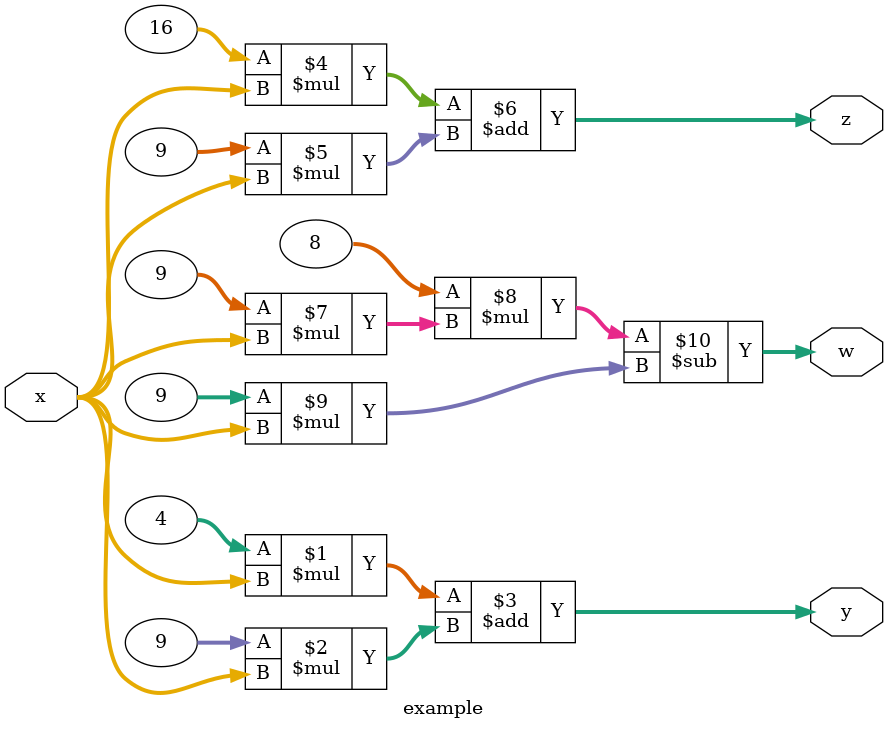
<source format=v>
module example(
    input [31:0] x,
    output [31:0] y,
    output [31:0] z,
    output [31:0] w
);

assign y = 4 * x + 9 * x;

assign z = 16 * x + 9 * x;

assign w = 8 * (9 * x) - 9 * x;

endmodule
</source>
